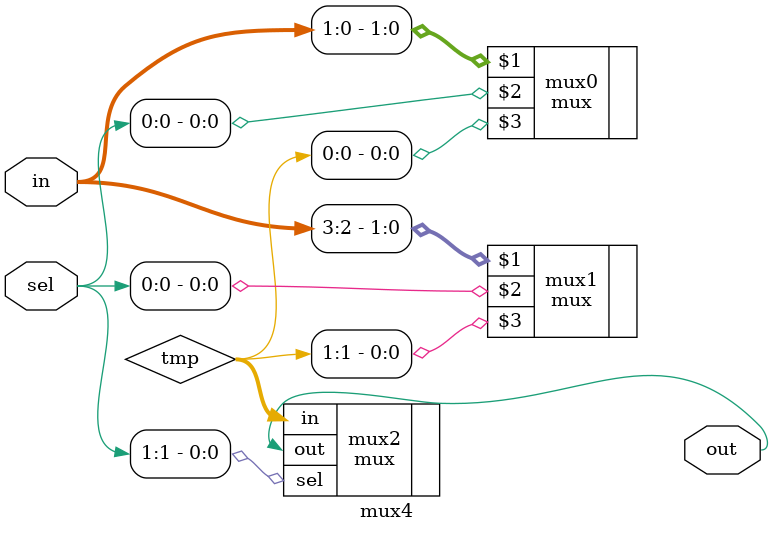
<source format=v>
module mux4(
  input [3:0] in,
  input [1:0] sel,
  output out);
  
  wire [1:0] tmp;
  
  mux mux0(in[1:0],sel[0],tmp[0]);
  mux mux1(in[3:2],sel[0],tmp[1]);  
  mux mux2(.in(tmp),.sel(sel[1]),.out(out));
endmodule

</source>
